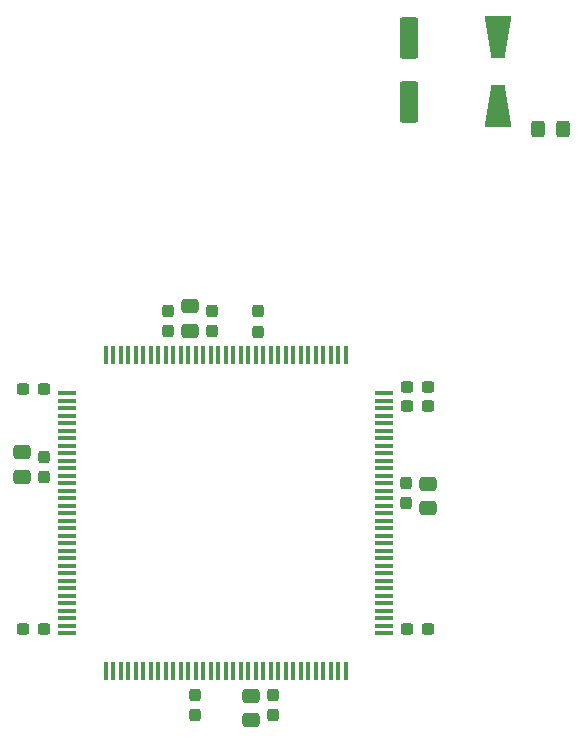
<source format=gtp>
%TF.GenerationSoftware,KiCad,Pcbnew,(6.99.0-961-gbc7742cb2e-dirty)*%
%TF.CreationDate,2022-02-17T15:33:51+00:00*%
%TF.ProjectId,68030_Breakout,36383033-305f-4427-9265-616b6f75742e,rev?*%
%TF.SameCoordinates,Original*%
%TF.FileFunction,Paste,Top*%
%TF.FilePolarity,Positive*%
%FSLAX46Y46*%
G04 Gerber Fmt 4.6, Leading zero omitted, Abs format (unit mm)*
G04 Created by KiCad (PCBNEW (6.99.0-961-gbc7742cb2e-dirty)) date 2022-02-17 15:33:51*
%MOMM*%
%LPD*%
G01*
G04 APERTURE LIST*
G04 Aperture macros list*
%AMRoundRect*
0 Rectangle with rounded corners*
0 $1 Rounding radius*
0 $2 $3 $4 $5 $6 $7 $8 $9 X,Y pos of 4 corners*
0 Add a 4 corners polygon primitive as box body*
4,1,4,$2,$3,$4,$5,$6,$7,$8,$9,$2,$3,0*
0 Add four circle primitives for the rounded corners*
1,1,$1+$1,$2,$3*
1,1,$1+$1,$4,$5*
1,1,$1+$1,$6,$7*
1,1,$1+$1,$8,$9*
0 Add four rect primitives between the rounded corners*
20,1,$1+$1,$2,$3,$4,$5,0*
20,1,$1+$1,$4,$5,$6,$7,0*
20,1,$1+$1,$6,$7,$8,$9,0*
20,1,$1+$1,$8,$9,$2,$3,0*%
%AMOutline4P*
0 Free polygon, 4 corners , with rotation*
0 The origin of the aperture is its center*
0 number of corners: always 4*
0 $1 to $8 corner X, Y*
0 $9 Rotation angle, in degrees counterclockwise*
0 create outline with 4 corners*
4,1,4,$1,$2,$3,$4,$5,$6,$7,$8,$1,$2,$9*%
G04 Aperture macros list end*
%ADD10R,0.380000X1.635000*%
%ADD11R,1.635000X0.380000*%
%ADD12RoundRect,0.250000X-0.475000X0.337500X-0.475000X-0.337500X0.475000X-0.337500X0.475000X0.337500X0*%
%ADD13RoundRect,0.237500X-0.300000X-0.237500X0.300000X-0.237500X0.300000X0.237500X-0.300000X0.237500X0*%
%ADD14RoundRect,0.237500X0.300000X0.237500X-0.300000X0.237500X-0.300000X-0.237500X0.300000X-0.237500X0*%
%ADD15RoundRect,0.237500X0.237500X-0.300000X0.237500X0.300000X-0.237500X0.300000X-0.237500X-0.300000X0*%
%ADD16RoundRect,0.250000X0.325000X0.450000X-0.325000X0.450000X-0.325000X-0.450000X0.325000X-0.450000X0*%
%ADD17RoundRect,0.250000X0.475000X-0.337500X0.475000X0.337500X-0.475000X0.337500X-0.475000X-0.337500X0*%
%ADD18Outline4P,-1.800000X-1.150000X1.800000X-0.550000X1.800000X0.550000X-1.800000X1.150000X90.000000*%
%ADD19Outline4P,-1.800000X-1.150000X1.800000X-0.550000X1.800000X0.550000X-1.800000X1.150000X270.000000*%
%ADD20RoundRect,0.237500X-0.237500X0.300000X-0.237500X-0.300000X0.237500X-0.300000X0.237500X0.300000X0*%
%ADD21RoundRect,0.250000X0.550000X-1.500000X0.550000X1.500000X-0.550000X1.500000X-0.550000X-1.500000X0*%
G04 APERTURE END LIST*
D10*
%TO.C,U1*%
X149999999Y-86599999D03*
X149364999Y-86599999D03*
X148729999Y-86599999D03*
X148094999Y-86599999D03*
X147459999Y-86599999D03*
X146824999Y-86599999D03*
X146189999Y-86599999D03*
X145554999Y-86599999D03*
X144919999Y-86599999D03*
X144284999Y-86599999D03*
X143649999Y-86599999D03*
X143014999Y-86599999D03*
X142379999Y-86599999D03*
X141744999Y-86599999D03*
X141109999Y-86599999D03*
X140474999Y-86599999D03*
X139839999Y-86599999D03*
D11*
X136599999Y-89839999D03*
X136599999Y-90474999D03*
X136599999Y-91109999D03*
X136599999Y-91744999D03*
X136599999Y-92379999D03*
X136599999Y-93014999D03*
X136599999Y-93649999D03*
X136599999Y-94284999D03*
X136599999Y-94919999D03*
X136599999Y-95554999D03*
X136599999Y-96189999D03*
X136599999Y-96824999D03*
X136599999Y-97459999D03*
X136599999Y-98094999D03*
X136599999Y-98729999D03*
X136599999Y-99364999D03*
X136599999Y-99999999D03*
X136599999Y-100634999D03*
X136599999Y-101269999D03*
X136599999Y-101904999D03*
X136599999Y-102539999D03*
X136599999Y-103174999D03*
X136599999Y-103809999D03*
X136599999Y-104444999D03*
X136599999Y-105079999D03*
X136599999Y-105714999D03*
X136599999Y-106349999D03*
X136599999Y-106984999D03*
X136599999Y-107619999D03*
X136599999Y-108254999D03*
X136599999Y-108889999D03*
X136599999Y-109524999D03*
X136599999Y-110159999D03*
D10*
X139839999Y-113399999D03*
X140474999Y-113399999D03*
X141109999Y-113399999D03*
X141744999Y-113399999D03*
X142379999Y-113399999D03*
X143014999Y-113399999D03*
X143649999Y-113399999D03*
X144284999Y-113399999D03*
X144919999Y-113399999D03*
X145554999Y-113399999D03*
X146189999Y-113399999D03*
X146824999Y-113399999D03*
X147459999Y-113399999D03*
X148094999Y-113399999D03*
X148729999Y-113399999D03*
X149364999Y-113399999D03*
X149999999Y-113399999D03*
X150634999Y-113399999D03*
X151269999Y-113399999D03*
X151904999Y-113399999D03*
X152539999Y-113399999D03*
X153174999Y-113399999D03*
X153809999Y-113399999D03*
X154444999Y-113399999D03*
X155079999Y-113399999D03*
X155714999Y-113399999D03*
X156349999Y-113399999D03*
X156984999Y-113399999D03*
X157619999Y-113399999D03*
X158254999Y-113399999D03*
X158889999Y-113399999D03*
X159524999Y-113399999D03*
X160159999Y-113399999D03*
D11*
X163399999Y-110159999D03*
X163399999Y-109524999D03*
X163399999Y-108889999D03*
X163399999Y-108254999D03*
X163399999Y-107619999D03*
X163399999Y-106984999D03*
X163399999Y-106349999D03*
X163399999Y-105714999D03*
X163399999Y-105079999D03*
X163399999Y-104444999D03*
X163399999Y-103809999D03*
X163399999Y-103174999D03*
X163399999Y-102539999D03*
X163399999Y-101904999D03*
X163399999Y-101269999D03*
X163399999Y-100634999D03*
X163399999Y-99999999D03*
X163399999Y-99364999D03*
X163399999Y-98729999D03*
X163399999Y-98094999D03*
X163399999Y-97459999D03*
X163399999Y-96824999D03*
X163399999Y-96189999D03*
X163399999Y-95554999D03*
X163399999Y-94919999D03*
X163399999Y-94284999D03*
X163399999Y-93649999D03*
X163399999Y-93014999D03*
X163399999Y-92379999D03*
X163399999Y-91744999D03*
X163399999Y-91109999D03*
X163399999Y-90474999D03*
X163399999Y-89839999D03*
D10*
X160159999Y-86599999D03*
X159524999Y-86599999D03*
X158889999Y-86599999D03*
X158254999Y-86599999D03*
X157619999Y-86599999D03*
X156984999Y-86599999D03*
X156349999Y-86599999D03*
X155714999Y-86599999D03*
X155079999Y-86599999D03*
X154444999Y-86599999D03*
X153809999Y-86599999D03*
X153174999Y-86599999D03*
X152539999Y-86599999D03*
X151904999Y-86599999D03*
X151269999Y-86599999D03*
X150634999Y-86599999D03*
%TD*%
D12*
%TO.C,C3*%
X167150000Y-99562500D03*
X167150000Y-97487500D03*
%TD*%
D13*
%TO.C,C16*%
X165400000Y-89350000D03*
X167125000Y-89350000D03*
%TD*%
D14*
%TO.C,C9*%
X134600000Y-89500000D03*
X132875000Y-89500000D03*
%TD*%
D12*
%TO.C,C4*%
X152150000Y-115462500D03*
X152150000Y-117537500D03*
%TD*%
D15*
%TO.C,C15*%
X134650000Y-96962500D03*
X134650000Y-95237500D03*
%TD*%
D16*
%TO.C,F1*%
X178525000Y-67500000D03*
X176475000Y-67500000D03*
%TD*%
D17*
%TO.C,C1*%
X147000000Y-84550000D03*
X147000000Y-82475000D03*
%TD*%
D13*
%TO.C,C11*%
X165400000Y-109800000D03*
X167125000Y-109800000D03*
%TD*%
D18*
%TO.C,D1*%
X173025000Y-65500000D03*
D19*
X173025000Y-59700000D03*
%TD*%
D20*
%TO.C,C13*%
X147450000Y-115400000D03*
X147450000Y-117125000D03*
%TD*%
D21*
%TO.C,C5*%
X165525000Y-65200000D03*
X165525000Y-59800000D03*
%TD*%
D20*
%TO.C,C12*%
X154000000Y-115400000D03*
X154000000Y-117125000D03*
%TD*%
D14*
%TO.C,C14*%
X134600000Y-109800000D03*
X132875000Y-109800000D03*
%TD*%
D15*
%TO.C,C7*%
X148850000Y-84600000D03*
X148850000Y-82875000D03*
%TD*%
%TO.C,C8*%
X152740000Y-84622500D03*
X152740000Y-82897500D03*
%TD*%
D20*
%TO.C,C10*%
X165300000Y-97437500D03*
X165300000Y-99162500D03*
%TD*%
D17*
%TO.C,C2*%
X132800000Y-96900000D03*
X132800000Y-94825000D03*
%TD*%
D13*
%TO.C,C17*%
X165400000Y-90950000D03*
X167125000Y-90950000D03*
%TD*%
D15*
%TO.C,C6*%
X145150000Y-84600000D03*
X145150000Y-82875000D03*
%TD*%
M02*

</source>
